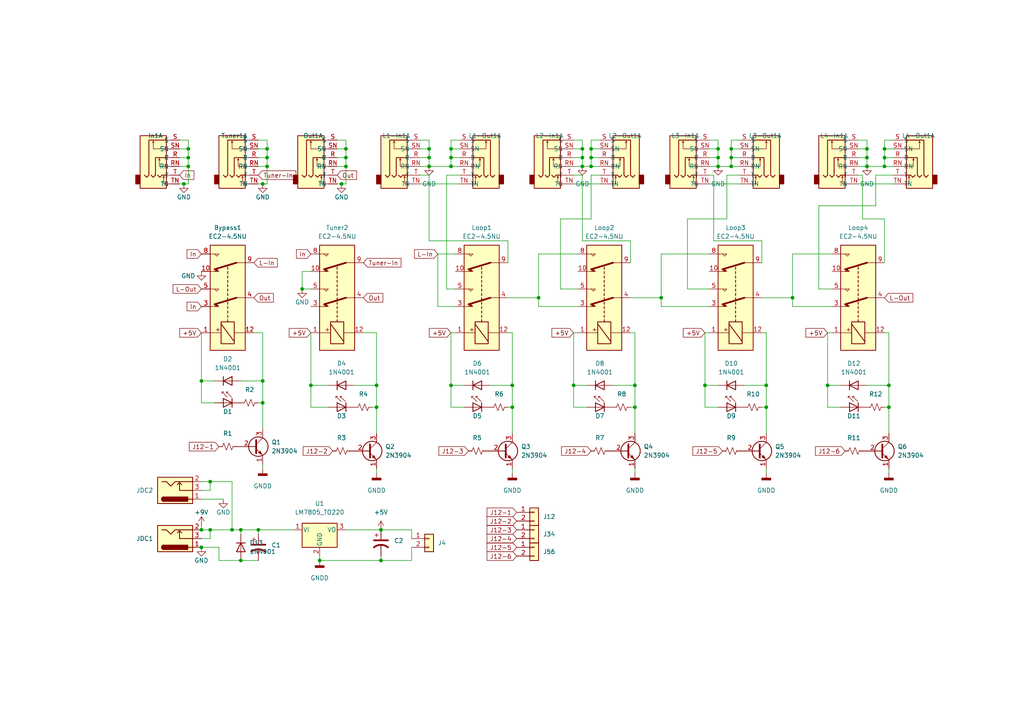
<source format=kicad_sch>
(kicad_sch (version 20211123) (generator eeschema)
  (paper "A4")
  (lib_symbols
    (symbol "Connector:Barrel_Jack_Switch" (pin_names hide)
      (property "Reference" "J" (at 0 5.334 0))
      (property "Value" "Barrel_Jack_Switch" (at 0 -5.08 0))
      (symbol "Barrel_Jack_Switch_0_1"
        (rectangle (start -5.08 3.81) (end 5.08 -3.81) (stroke (width 0.254)) (fill (type background)))
        (arc (start -3.302 3.175) (mid -3.937 2.54) (end -3.302 1.905) (stroke (width 0.254)))
        (arc (start -3.302 3.175) (mid -3.937 2.54) (end -3.302 1.905) (stroke (width 0.254)) (fill (type outline)))
        (polyline (pts (xy 1.27 -2.286) (xy 1.905 -1.651)) (stroke (width 0.254)))
        (polyline (pts (xy 5.08 2.54) (xy 3.81 2.54)) (stroke (width 0.254)))
        (polyline (pts (xy 5.08 0) (xy 1.27 0) (xy 1.27 -2.286) (xy 0.635 -1.651)) (stroke (width 0.254)))
        (polyline (pts (xy -3.81 -2.54) (xy -2.54 -2.54) (xy -1.27 -1.27) (xy 0 -2.54) (xy 2.54 -2.54) (xy 5.08 -2.54)) (stroke (width 0.254)))
        (rectangle (start 3.683 3.175) (end -3.302 1.905) (stroke (width 0.254)) (fill (type outline)))
      )
      (symbol "Barrel_Jack_Switch_1_1"
        (pin passive line (at 7.62 2.54 180) (length 2.54) (name "~") (number "1"))
        (pin passive line (at 7.62 -2.54 180) (length 2.54) (name "~") (number "2"))
        (pin passive line (at 7.62 0 180) (length 2.54) (name "~") (number "3"))
      )
    )
    (symbol "Connector_Generic:Conn_01x02" (pin_names (offset 1.016) hide)
      (property "Reference" "J" (at 0 2.54 0))
      (property "Value" "Conn_01x02" (at 0 -5.08 0))
      (symbol "Conn_01x02_1_1"
        (rectangle (start -1.27 -2.413) (end 0 -2.667) (stroke (width 0.1524)))
        (rectangle (start -1.27 0.127) (end 0 -0.127) (stroke (width 0.1524)))
        (rectangle (start -1.27 1.27) (end 1.27 -3.81) (stroke (width 0.254)) (fill (type background)))
        (pin passive line (at -5.08 0 0) (length 3.81) (name "Pin_1") (number "1"))
        (pin passive line (at -5.08 -2.54 0) (length 3.81) (name "Pin_2") (number "2"))
      )
    )
    (symbol "Device:C_Polarized_US" (pin_numbers hide) (pin_names (offset 0.254) hide)
      (property "Reference" "C" (at 0.635 2.54 0))
      (property "Value" "C_Polarized_US" (at 0.635 -2.54 0))
      (symbol "C_Polarized_US_0_1"
        (polyline (pts (xy -2.032 0.762) (xy 2.032 0.762)) (stroke (width 0.508)))
        (polyline (pts (xy -1.778 2.286) (xy -0.762 2.286)))
        (polyline (pts (xy -1.27 1.778) (xy -1.27 2.794)))
        (arc (start 2.032 -1.27) (mid 0 -0.5572) (end -2.032 -1.27) (stroke (width 0.508)))
      )
      (symbol "C_Polarized_US_1_1"
        (pin passive line (at 0 3.81 270) (length 2.794) (name "~") (number "1"))
        (pin passive line (at 0 -3.81 90) (length 3.302) (name "~") (number "2"))
      )
    )
    (symbol "Device:R_Small_US" (pin_numbers hide) (pin_names (offset 0.254) hide)
      (property "Reference" "R" (at 0.762 0.508 0))
      (property "Value" "R_Small_US" (at 0.762 -1.016 0))
      (symbol "R_Small_US_1_1"
        (polyline (pts (xy 0 0) (xy 1.016 -0.381) (xy 0 -0.762) (xy -1.016 -1.143) (xy 0 -1.524)))
        (polyline (pts (xy 0 1.524) (xy 1.016 1.143) (xy 0 0.762) (xy -1.016 0.381) (xy 0 0)))
        (pin passive line (at 0 2.54 270) (length 1.016) (name "~") (number "1"))
        (pin passive line (at 0 -2.54 90) (length 1.016) (name "~") (number "2"))
      )
    )
    (symbol "Diode:1N4001" (pin_numbers hide) (pin_names (offset 1.016) hide)
      (property "Reference" "D" (at 0 2.54 0))
      (property "Value" "1N4001" (at 0 -2.54 0))
      (symbol "1N4001_0_1"
        (polyline (pts (xy -1.27 1.27) (xy -1.27 -1.27)) (stroke (width 0.254)))
        (polyline (pts (xy 1.27 0) (xy -1.27 0)))
        (polyline (pts (xy 1.27 1.27) (xy 1.27 -1.27) (xy -1.27 0) (xy 1.27 1.27)) (stroke (width 0.254)))
      )
      (symbol "1N4001_1_1"
        (pin passive line (at -3.81 0 0) (length 2.54) (name "K") (number "1"))
        (pin passive line (at 3.81 0 180) (length 2.54) (name "A") (number "2"))
      )
    )
    (symbol "LED:IR204A" (pin_numbers hide) (pin_names (offset 1.016) hide)
      (property "Reference" "D" (at 0.508 1.778 0))
      (property "Value" "IR204A" (at -1.016 -2.794 0))
      (symbol "IR204A_0_1"
        (polyline (pts (xy -2.54 1.27) (xy -2.54 -1.27)) (stroke (width 0.254)))
        (polyline (pts (xy 0 0) (xy -2.54 0)))
        (polyline (pts (xy 0.381 3.175) (xy -0.127 3.175)))
        (polyline (pts (xy -1.143 1.651) (xy 0.381 3.175) (xy 0.381 2.667)))
        (polyline (pts (xy 0 1.27) (xy -2.54 0) (xy 0 -1.27) (xy 0 1.27)) (stroke (width 0.254)))
        (polyline (pts (xy -2.413 1.651) (xy -0.889 3.175) (xy -0.889 2.667) (xy -0.889 3.175) (xy -1.397 3.175)))
      )
      (symbol "IR204A_1_1"
        (pin passive line (at -5.08 0 0) (length 2.54) (name "K") (number "1"))
        (pin passive line (at 2.54 0 180) (length 2.54) (name "A") (number "2"))
      )
    )
    (symbol "Nate:AudioJack3_Dual_Switch"
      (property "Reference" "In1" (at -1.905 6.35 0))
      (symbol "AudioJack3_Dual_Switch_0_1"
        (rectangle (start -6.35 -5.08) (end -7.62 -7.62) (stroke (width 0.254)) (fill (type outline)))
        (polyline (pts (xy -2.54 4.826) (xy -2.286 4.318)))
        (polyline (pts (xy -0.762 -0.254) (xy -0.508 -0.762)))
        (polyline (pts (xy 0.508 -5.334) (xy 0.762 -5.842)))
        (polyline (pts (xy 1.27 0) (xy 2.54 0)))
        (polyline (pts (xy 2.54 -5.08) (xy 1.27 -5.08)))
        (polyline (pts (xy 2.54 5.08) (xy 1.27 5.08)))
        (polyline (pts (xy -1.27 -5.08) (xy -0.635 -5.715) (xy 0 -5.08) (xy 1.27 -5.08)) (stroke (width 0.254)))
        (polyline (pts (xy 2.54 -7.62) (xy 0.508 -7.62) (xy 0.508 -5.334) (xy 0.254 -5.842)))
        (polyline (pts (xy 2.54 -2.54) (xy -0.762 -2.54) (xy -0.762 -0.254) (xy -1.016 -0.762)))
        (polyline (pts (xy 2.54 2.54) (xy -2.54 2.54) (xy -2.54 4.826) (xy -2.794 4.318)))
        (polyline (pts (xy -3.175 -5.08) (xy -2.54 -5.715) (xy -1.905 -5.08) (xy -1.905 0) (xy 1.27 0)) (stroke (width 0.254)))
        (polyline (pts (xy 1.27 5.08) (xy -3.81 5.08) (xy -3.81 -5.08) (xy -4.445 -5.715) (xy -5.08 -5.08)) (stroke (width 0.254)))
        (rectangle (start 1.27 6.35) (end -6.35 -8.89) (stroke (width 0.254)) (fill (type background)))
      )
      (symbol "AudioJack3_Dual_Switch_1_1"
        (pin passive line (at 5.08 0 180) (length 2.54) (name "R") (number "R"))
        (pin passive line (at 5.08 -2.54 180) (length 2.54) (name "RN") (number "RN"))
        (pin passive line (at 5.08 5.08 180) (length 2.54) (name "S") (number "S"))
        (pin passive line (at 5.08 2.54 180) (length 2.54) (name "SN") (number "SN"))
        (pin passive line (at 5.08 -5.08 180) (length 2.54) (name "T") (number "T"))
        (pin passive line (at 5.08 -7.62 180) (length 2.54) (name "TN") (number "TN"))
      )
      (symbol "AudioJack3_Dual_Switch_2_1"
        (pin passive line (at 5.08 0 180) (length 2.54) (name "R") (number "R2"))
        (pin passive line (at 5.08 -2.54 180) (length 2.54) (name "RN") (number "RN2"))
        (pin passive line (at 5.08 5.08 180) (length 2.54) (name "S") (number "S2"))
        (pin passive line (at 5.08 2.54 180) (length 2.54) (name "SN") (number "SN2"))
        (pin passive line (at 5.08 -5.08 180) (length 2.54) (name "T") (number "T2"))
        (pin passive line (at 5.08 -7.62 180) (length 2.54) (name "TN") (number "TN2"))
      )
    )
    (symbol "Regulator_Linear:LM7805_TO220" (pin_names (offset 0.254))
      (property "Reference" "U" (at -3.81 3.175 0))
      (property "Value" "LM7805_TO220" (at 0 3.175 0))
      (symbol "LM7805_TO220_0_1"
        (rectangle (start -5.08 1.905) (end 5.08 -5.08) (stroke (width 0.254)) (fill (type background)))
      )
      (symbol "LM7805_TO220_1_1"
        (pin power_in line (at -7.62 0 0) (length 2.54) (name "VI") (number "1"))
        (pin power_in line (at 0 -7.62 90) (length 2.54) (name "GND") (number "2"))
        (pin power_out line (at 7.62 0 180) (length 2.54) (name "VO") (number "3"))
      )
    )
    (symbol "Relay:EC2-4.5NU"
      (property "Reference" "K" (at 15.24 8.89 0))
      (property "Value" "EC2-4.5NU" (at 19.05 6.35 0))
      (symbol "EC2-4.5NU_1_1"
        (rectangle (start -15.24 5.08) (end 15.24 -5.08) (stroke (width 0.254)) (fill (type background)))
        (rectangle (start -13.335 1.905) (end -6.985 -1.905) (stroke (width 0.254)))
        (polyline (pts (xy -12.7 -1.905) (xy -7.62 1.905)) (stroke (width 0.254)))
        (polyline (pts (xy -10.16 -5.08) (xy -10.16 -1.905)))
        (polyline (pts (xy -10.16 5.08) (xy -10.16 1.905)))
        (polyline (pts (xy -6.985 0) (xy -6.35 0)) (stroke (width 0.254)))
        (polyline (pts (xy -5.715 0) (xy -5.08 0)) (stroke (width 0.254)))
        (polyline (pts (xy -4.445 0) (xy -3.81 0)) (stroke (width 0.254)))
        (polyline (pts (xy -3.175 0) (xy -2.54 0)) (stroke (width 0.254)))
        (polyline (pts (xy -1.905 0) (xy -1.27 0)) (stroke (width 0.254)))
        (polyline (pts (xy -0.635 0) (xy 0 0)) (stroke (width 0.254)))
        (polyline (pts (xy 0 -2.54) (xy -1.905 3.81)) (stroke (width 0.508)))
        (polyline (pts (xy 0 -2.54) (xy 0 -5.08)))
        (polyline (pts (xy 0.635 0) (xy 1.27 0)) (stroke (width 0.254)))
        (polyline (pts (xy 1.905 0) (xy 2.54 0)) (stroke (width 0.254)))
        (polyline (pts (xy 3.175 0) (xy 3.81 0)) (stroke (width 0.254)))
        (polyline (pts (xy 4.445 0) (xy 5.08 0)) (stroke (width 0.254)))
        (polyline (pts (xy 5.715 0) (xy 6.35 0)) (stroke (width 0.254)))
        (polyline (pts (xy 6.985 0) (xy 7.62 0)) (stroke (width 0.254)))
        (polyline (pts (xy 8.255 0) (xy 8.89 0)) (stroke (width 0.254)))
        (polyline (pts (xy 10.16 -2.54) (xy 8.255 3.81)) (stroke (width 0.508)))
        (polyline (pts (xy 10.16 -2.54) (xy 10.16 -5.08)))
        (polyline (pts (xy -2.54 5.08) (xy -2.54 2.54) (xy -1.905 3.175) (xy -2.54 3.81)) (fill (type outline)))
        (polyline (pts (xy 2.54 5.08) (xy 2.54 2.54) (xy 1.905 3.175) (xy 2.54 3.81)))
        (polyline (pts (xy 7.62 5.08) (xy 7.62 2.54) (xy 8.255 3.175) (xy 7.62 3.81)) (fill (type outline)))
        (polyline (pts (xy 12.7 5.08) (xy 12.7 2.54) (xy 12.065 3.175) (xy 12.7 3.81)))
        (text "+" (at -9.271 2.921 0) (effects (font (size 1.27 1.27))))
        (pin passive line (at -10.16 7.62 270) (length 2.54) (name "~") (number "1"))
        (pin passive line (at 7.62 7.62 270) (length 2.54) (name "~") (number "10"))
        (pin passive line (at -10.16 -7.62 90) (length 2.54) (name "~") (number "12"))
        (pin passive line (at -2.54 7.62 270) (length 2.54) (name "~") (number "3"))
        (pin passive line (at 0 -7.62 90) (length 2.54) (name "~") (number "4"))
        (pin passive line (at 2.54 7.62 270) (length 2.54) (name "~") (number "5"))
        (pin passive line (at 12.7 7.62 270) (length 2.54) (name "~") (number "8"))
        (pin passive line (at 10.16 -7.62 90) (length 2.54) (name "~") (number "9"))
      )
    )
    (symbol "Transistor_BJT:2N3904" (pin_names (offset 0) hide)
      (property "Reference" "Q" (at 5.08 1.905 0))
      (property "Value" "2N3904" (at 5.08 0 0))
      (symbol "2N3904_0_1"
        (polyline (pts (xy 0.635 0.635) (xy 2.54 2.54)))
        (polyline (pts (xy 0.635 -0.635) (xy 2.54 -2.54) (xy 2.54 -2.54)))
        (polyline (pts (xy 0.635 1.905) (xy 0.635 -1.905) (xy 0.635 -1.905)) (stroke (width 0.508)))
        (polyline (pts (xy 1.27 -1.778) (xy 1.778 -1.27) (xy 2.286 -2.286) (xy 1.27 -1.778) (xy 1.27 -1.778)) (fill (type outline)))
        (circle (center 1.27 0) (radius 2.8194) (stroke (width 0.254)))
      )
      (symbol "2N3904_1_1"
        (pin passive line (at 2.54 -5.08 90) (length 2.54) (name "E") (number "1"))
        (pin passive line (at -5.08 0 0) (length 5.715) (name "B") (number "2"))
        (pin passive line (at 2.54 5.08 270) (length 2.54) (name "C") (number "3"))
      )
    )
    (symbol "power:+5V" (power) (pin_names (offset 0))
      (property "Value" "+5V" (at 0 3.556 0))
      (symbol "+5V_0_1"
        (polyline (pts (xy -0.762 1.27) (xy 0 2.54)))
        (polyline (pts (xy 0 0) (xy 0 2.54)))
        (polyline (pts (xy 0 2.54) (xy 0.762 1.27)))
      )
      (symbol "+5V_1_1"
        (pin power_in line (at 0 0 90) (length 0) hide (name "+5V") (number "1"))
      )
    )
    (symbol "power:+9V" (power) (pin_names (offset 0))
      (property "Value" "+9V" (at 0 3.556 0))
      (symbol "+9V_0_1"
        (polyline (pts (xy -0.762 1.27) (xy 0 2.54)))
        (polyline (pts (xy 0 0) (xy 0 2.54)))
        (polyline (pts (xy 0 2.54) (xy 0.762 1.27)))
      )
      (symbol "+9V_1_1"
        (pin power_in line (at 0 0 90) (length 0) hide (name "+9V") (number "1"))
      )
    )
    (symbol "power:GND" (power) (pin_names (offset 0))
      (property "Value" "GND" (at 0 -3.81 0))
      (symbol "GND_0_1"
        (polyline (pts (xy 0 0) (xy 0 -1.27) (xy 1.27 -1.27) (xy 0 -2.54) (xy -1.27 -1.27) (xy 0 -1.27)))
      )
      (symbol "GND_1_1"
        (pin power_in line (at 0 0 270) (length 0) hide (name "GND") (number "1"))
      )
    )
    (symbol "power:GNDD" (power) (pin_names (offset 0))
      (property "Value" "GNDD" (at 0 -3.175 0))
      (symbol "GNDD_0_1"
        (rectangle (start -1.27 -1.524) (end 1.27 -2.032) (stroke (width 0.254)) (fill (type outline)))
        (polyline (pts (xy 0 0) (xy 0 -1.524)))
      )
      (symbol "GNDD_1_1"
        (pin power_in line (at 0 0 270) (length 0) hide (name "GNDD") (number "1"))
      )
    )
  )
  (junction (at 77.47 45.72))
  (junction (at 58.42 158.75))
  (junction (at 77.47 43.18))
  (junction (at 74.93 153.67))
  (junction (at 148.59 118.11))
  (junction (at 251.46 43.18))
  (junction (at 212.09 48.26))
  (junction (at 171.45 43.18))
  (junction (at 171.45 48.26))
  (junction (at 76.2 116.84))
  (junction (at 156.21 86.36))
  (junction (at 222.25 118.11))
  (junction (at 124.46 43.18))
  (junction (at 257.81 111.76))
  (junction (at 76.2 53.34))
  (junction (at 251.46 45.72))
  (junction (at 256.54 43.18))
  (junction (at 110.49 153.67))
  (junction (at 60.96 153.67))
  (junction (at 256.54 45.72))
  (junction (at 69.85 162.56))
  (junction (at 67.31 153.67))
  (junction (at 212.09 45.72))
  (junction (at 53.34 53.34))
  (junction (at 130.81 45.72))
  (junction (at 100.33 43.18))
  (junction (at 191.77 86.36))
  (junction (at 100.33 45.72))
  (junction (at 251.46 48.26))
  (junction (at 54.61 45.72))
  (junction (at 54.61 48.26))
  (junction (at 171.45 45.72))
  (junction (at 58.42 153.67))
  (junction (at 184.15 111.76))
  (junction (at 109.22 118.11))
  (junction (at 168.91 48.26))
  (junction (at 76.2 110.49))
  (junction (at 168.91 43.18))
  (junction (at 148.59 111.76))
  (junction (at 90.17 111.76))
  (junction (at 109.22 111.76))
  (junction (at 99.06 53.34))
  (junction (at 229.87 86.36))
  (junction (at 168.91 45.72))
  (junction (at 87.63 83.82))
  (junction (at 257.81 118.11))
  (junction (at 208.28 48.26))
  (junction (at 124.46 48.26))
  (junction (at 222.25 111.76))
  (junction (at 130.81 111.76))
  (junction (at 130.81 48.26))
  (junction (at 208.28 43.18))
  (junction (at 124.46 45.72))
  (junction (at 110.49 162.56))
  (junction (at 184.15 118.11))
  (junction (at 60.96 139.7))
  (junction (at 256.54 48.26))
  (junction (at 54.61 43.18))
  (junction (at 130.81 43.18))
  (junction (at 100.33 48.26))
  (junction (at 92.71 162.56))
  (junction (at 166.37 111.76))
  (junction (at 58.42 110.49))
  (junction (at 69.85 153.67))
  (junction (at 204.47 111.76))
  (junction (at 77.47 48.26))
  (junction (at 212.09 43.18))
  (junction (at 240.03 111.76))
  (junction (at 208.28 45.72))
  (wire (pts (xy 74.93 48.26) (xy 77.47 48.26)))
  (wire (pts (xy 74.93 116.84) (xy 76.2 116.84)))
  (wire (pts (xy 171.45 43.18) (xy 171.45 45.72)))
  (wire (pts (xy 124.46 48.26) (xy 130.81 48.26)))
  (wire (pts (xy 220.98 118.11) (xy 222.25 118.11)))
  (wire (pts (xy 229.87 86.36) (xy 229.87 73.66)))
  (wire (pts (xy 77.47 43.18) (xy 77.47 45.72)))
  (wire (pts (xy 182.88 118.11) (xy 184.15 118.11)))
  (wire (pts (xy 191.77 86.36) (xy 191.77 73.66)))
  (wire (pts (xy 184.15 137.16) (xy 184.15 135.89)))
  (wire (pts (xy 130.81 96.52) (xy 130.81 111.76)))
  (wire (pts (xy 110.49 161.29) (xy 110.49 162.56)))
  (wire (pts (xy 62.23 110.49) (xy 58.42 110.49)))
  (wire (pts (xy 240.03 111.76) (xy 240.03 118.11)))
  (wire (pts (xy 251.46 40.64) (xy 251.46 43.18)))
  (wire (pts (xy 124.46 69.85) (xy 147.32 69.85)))
  (wire (pts (xy 77.47 45.72) (xy 77.47 48.26)))
  (wire (pts (xy 121.92 50.8) (xy 124.46 50.8)))
  (wire (pts (xy 74.93 45.72) (xy 77.47 45.72)))
  (wire (pts (xy 58.42 156.21) (xy 60.96 156.21)))
  (wire (pts (xy 67.31 153.67) (xy 69.85 153.67)))
  (wire (pts (xy 182.88 86.36) (xy 191.77 86.36)))
  (wire (pts (xy 250.19 50.8) (xy 250.19 63.5)))
  (wire (pts (xy 100.33 45.72) (xy 100.33 48.26)))
  (wire (pts (xy 62.23 116.84) (xy 58.42 116.84)))
  (wire (pts (xy 166.37 53.34) (xy 173.99 53.34)))
  (wire (pts (xy 259.08 40.64) (xy 256.54 40.64)))
  (wire (pts (xy 97.79 45.72) (xy 100.33 45.72)))
  (wire (pts (xy 222.25 125.73) (xy 222.25 118.11)))
  (wire (pts (xy 240.03 96.52) (xy 240.03 111.76)))
  (wire (pts (xy 166.37 40.64) (xy 168.91 40.64)))
  (wire (pts (xy 256.54 118.11) (xy 257.81 118.11)))
  (wire (pts (xy 147.32 86.36) (xy 156.21 86.36)))
  (wire (pts (xy 208.28 43.18) (xy 208.28 45.72)))
  (wire (pts (xy 222.25 118.11) (xy 222.25 111.76)))
  (wire (pts (xy 248.92 48.26) (xy 251.46 48.26)))
  (wire (pts (xy 100.33 153.67) (xy 110.49 153.67)))
  (wire (pts (xy 208.28 118.11) (xy 204.47 118.11)))
  (wire (pts (xy 76.2 135.89) (xy 76.2 134.62)))
  (wire (pts (xy 130.81 111.76) (xy 130.81 118.11)))
  (wire (pts (xy 87.63 83.82) (xy 87.63 78.74)))
  (wire (pts (xy 156.21 88.9) (xy 156.21 86.36)))
  (wire (pts (xy 166.37 50.8) (xy 168.91 50.8)))
  (wire (pts (xy 168.91 45.72) (xy 168.91 48.26)))
  (wire (pts (xy 168.91 69.85) (xy 182.88 69.85)))
  (wire (pts (xy 210.82 63.5) (xy 199.39 63.5)))
  (wire (pts (xy 92.71 162.56) (xy 110.49 162.56)))
  (wire (pts (xy 129.54 50.8) (xy 133.35 50.8)))
  (wire (pts (xy 173.99 50.8) (xy 171.45 50.8)))
  (wire (pts (xy 58.42 142.24) (xy 60.96 142.24)))
  (wire (pts (xy 214.63 43.18) (xy 212.09 43.18)))
  (wire (pts (xy 76.2 96.52) (xy 76.2 110.49)))
  (wire (pts (xy 100.33 40.64) (xy 100.33 43.18)))
  (wire (pts (xy 212.09 40.64) (xy 212.09 43.18)))
  (wire (pts (xy 168.91 48.26) (xy 171.45 48.26)))
  (wire (pts (xy 173.99 45.72) (xy 171.45 45.72)))
  (wire (pts (xy 243.84 111.76) (xy 240.03 111.76)))
  (wire (pts (xy 205.74 48.26) (xy 208.28 48.26)))
  (wire (pts (xy 254 50.8) (xy 254 59.69)))
  (wire (pts (xy 257.81 125.73) (xy 257.81 118.11)))
  (wire (pts (xy 214.63 50.8) (xy 210.82 50.8)))
  (wire (pts (xy 248.92 45.72) (xy 251.46 45.72)))
  (wire (pts (xy 162.56 83.82) (xy 167.64 83.82)))
  (wire (pts (xy 257.81 96.52) (xy 257.81 111.76)))
  (wire (pts (xy 199.39 63.5) (xy 199.39 83.82)))
  (wire (pts (xy 121.92 45.72) (xy 124.46 45.72)))
  (wire (pts (xy 60.96 153.67) (xy 67.31 153.67)))
  (wire (pts (xy 205.74 88.9) (xy 191.77 88.9)))
  (wire (pts (xy 102.87 111.76) (xy 109.22 111.76)))
  (wire (pts (xy 133.35 45.72) (xy 130.81 45.72)))
  (wire (pts (xy 162.56 63.5) (xy 162.56 83.82)))
  (wire (pts (xy 121.92 53.34) (xy 133.35 53.34)))
  (wire (pts (xy 60.96 139.7) (xy 67.31 139.7)))
  (wire (pts (xy 124.46 50.8) (xy 124.46 69.85)))
  (wire (pts (xy 220.98 96.52) (xy 222.25 96.52)))
  (wire (pts (xy 184.15 118.11) (xy 184.15 111.76)))
  (wire (pts (xy 182.88 69.85) (xy 182.88 76.2)))
  (wire (pts (xy 205.74 53.34) (xy 214.63 53.34)))
  (wire (pts (xy 168.91 40.64) (xy 168.91 43.18)))
  (wire (pts (xy 134.62 118.11) (xy 130.81 118.11)))
  (wire (pts (xy 127 73.66) (xy 127 88.9)))
  (wire (pts (xy 229.87 73.66) (xy 241.3 73.66)))
  (wire (pts (xy 133.35 40.64) (xy 130.81 40.64)))
  (wire (pts (xy 205.74 43.18) (xy 208.28 43.18)))
  (wire (pts (xy 58.42 96.52) (xy 58.42 110.49)))
  (wire (pts (xy 67.31 139.7) (xy 67.31 153.67)))
  (wire (pts (xy 156.21 73.66) (xy 167.64 73.66)))
  (wire (pts (xy 251.46 48.26) (xy 256.54 48.26)))
  (wire (pts (xy 167.64 96.52) (xy 166.37 96.52)))
  (wire (pts (xy 205.74 96.52) (xy 204.47 96.52)))
  (wire (pts (xy 52.07 40.64) (xy 54.61 40.64)))
  (wire (pts (xy 208.28 40.64) (xy 208.28 43.18)))
  (wire (pts (xy 54.61 45.72) (xy 54.61 48.26)))
  (wire (pts (xy 109.22 137.16) (xy 109.22 135.89)))
  (wire (pts (xy 76.2 116.84) (xy 76.2 110.49)))
  (wire (pts (xy 73.66 96.52) (xy 76.2 96.52)))
  (wire (pts (xy 109.22 118.11) (xy 109.22 111.76)))
  (wire (pts (xy 60.96 142.24) (xy 60.96 139.7)))
  (wire (pts (xy 119.38 162.56) (xy 119.38 158.75)))
  (wire (pts (xy 210.82 50.8) (xy 210.82 63.5)))
  (wire (pts (xy 148.59 137.16) (xy 148.59 135.89)))
  (wire (pts (xy 222.25 137.16) (xy 222.25 135.89)))
  (wire (pts (xy 130.81 96.52) (xy 132.08 96.52)))
  (wire (pts (xy 121.92 40.64) (xy 124.46 40.64)))
  (wire (pts (xy 170.18 118.11) (xy 166.37 118.11)))
  (wire (pts (xy 205.74 45.72) (xy 208.28 45.72)))
  (wire (pts (xy 207.01 50.8) (xy 207.01 69.85)))
  (wire (pts (xy 97.79 40.64) (xy 100.33 40.64)))
  (wire (pts (xy 184.15 125.73) (xy 184.15 118.11)))
  (wire (pts (xy 58.42 153.67) (xy 60.96 153.67)))
  (wire (pts (xy 63.5 162.56) (xy 69.85 162.56)))
  (wire (pts (xy 142.24 111.76) (xy 148.59 111.76)))
  (wire (pts (xy 109.22 125.73) (xy 109.22 118.11)))
  (wire (pts (xy 214.63 40.64) (xy 212.09 40.64)))
  (wire (pts (xy 256.54 45.72) (xy 256.54 48.26)))
  (wire (pts (xy 90.17 96.52) (xy 90.17 111.76)))
  (wire (pts (xy 64.77 144.78) (xy 58.42 144.78)))
  (wire (pts (xy 243.84 118.11) (xy 240.03 118.11)))
  (wire (pts (xy 166.37 96.52) (xy 166.37 111.76)))
  (wire (pts (xy 52.07 45.72) (xy 54.61 45.72)))
  (wire (pts (xy 248.92 53.34) (xy 259.08 53.34)))
  (wire (pts (xy 204.47 111.76) (xy 204.47 118.11)))
  (wire (pts (xy 220.98 86.36) (xy 229.87 86.36)))
  (wire (pts (xy 52.07 48.26) (xy 54.61 48.26)))
  (wire (pts (xy 100.33 43.18) (xy 100.33 45.72)))
  (wire (pts (xy 147.32 69.85) (xy 147.32 76.2)))
  (wire (pts (xy 132.08 73.66) (xy 127 73.66)))
  (wire (pts (xy 74.93 153.67) (xy 74.93 154.94)))
  (wire (pts (xy 52.07 43.18) (xy 54.61 43.18)))
  (wire (pts (xy 170.18 111.76) (xy 166.37 111.76)))
  (wire (pts (xy 133.35 43.18) (xy 130.81 43.18)))
  (wire (pts (xy 215.9 111.76) (xy 222.25 111.76)))
  (wire (pts (xy 241.3 88.9) (xy 229.87 88.9)))
  (wire (pts (xy 173.99 43.18) (xy 171.45 43.18)))
  (wire (pts (xy 259.08 45.72) (xy 256.54 45.72)))
  (wire (pts (xy 199.39 83.82) (xy 205.74 83.82)))
  (wire (pts (xy 133.35 48.26) (xy 130.81 48.26)))
  (wire (pts (xy 248.92 40.64) (xy 251.46 40.64)))
  (wire (pts (xy 205.74 50.8) (xy 207.01 50.8)))
  (wire (pts (xy 256.54 43.18) (xy 256.54 45.72)))
  (wire (pts (xy 237.49 59.69) (xy 237.49 83.82)))
  (wire (pts (xy 77.47 48.26) (xy 77.47 53.34)))
  (wire (pts (xy 212.09 45.72) (xy 212.09 48.26)))
  (wire (pts (xy 76.2 124.46) (xy 76.2 116.84)))
  (wire (pts (xy 254 59.69) (xy 237.49 59.69)))
  (wire (pts (xy 184.15 96.52) (xy 184.15 111.76)))
  (wire (pts (xy 212.09 43.18) (xy 212.09 45.72)))
  (wire (pts (xy 58.42 110.49) (xy 58.42 116.84)))
  (wire (pts (xy 259.08 48.26) (xy 256.54 48.26)))
  (wire (pts (xy 109.22 96.52) (xy 109.22 111.76)))
  (wire (pts (xy 77.47 53.34) (xy 76.2 53.34)))
  (wire (pts (xy 58.42 158.75) (xy 63.5 158.75)))
  (wire (pts (xy 214.63 45.72) (xy 212.09 45.72)))
  (wire (pts (xy 54.61 43.18) (xy 54.61 45.72)))
  (wire (pts (xy 90.17 83.82) (xy 87.63 83.82)))
  (wire (pts (xy 129.54 83.82) (xy 129.54 50.8)))
  (wire (pts (xy 127 88.9) (xy 132.08 88.9)))
  (wire (pts (xy 148.59 125.73) (xy 148.59 118.11)))
  (wire (pts (xy 173.99 48.26) (xy 171.45 48.26)))
  (wire (pts (xy 237.49 83.82) (xy 241.3 83.82)))
  (wire (pts (xy 119.38 153.67) (xy 119.38 156.21)))
  (wire (pts (xy 204.47 96.52) (xy 204.47 111.76)))
  (wire (pts (xy 248.92 43.18) (xy 251.46 43.18)))
  (wire (pts (xy 171.45 63.5) (xy 162.56 63.5)))
  (wire (pts (xy 124.46 45.72) (xy 124.46 48.26)))
  (wire (pts (xy 100.33 53.34) (xy 99.06 53.34)))
  (wire (pts (xy 54.61 53.34) (xy 53.34 53.34)))
  (wire (pts (xy 54.61 40.64) (xy 54.61 43.18)))
  (wire (pts (xy 208.28 45.72) (xy 208.28 48.26)))
  (wire (pts (xy 134.62 111.76) (xy 130.81 111.76)))
  (wire (pts (xy 74.93 40.64) (xy 77.47 40.64)))
  (wire (pts (xy 63.5 158.75) (xy 63.5 162.56)))
  (wire (pts (xy 167.64 88.9) (xy 156.21 88.9)))
  (wire (pts (xy 259.08 43.18) (xy 256.54 43.18)))
  (wire (pts (xy 69.85 110.49) (xy 76.2 110.49)))
  (wire (pts (xy 53.34 53.34) (xy 52.07 53.34)))
  (wire (pts (xy 256.54 96.52) (xy 257.81 96.52)))
  (wire (pts (xy 69.85 153.67) (xy 74.93 153.67)))
  (wire (pts (xy 208.28 111.76) (xy 204.47 111.76)))
  (wire (pts (xy 256.54 63.5) (xy 256.54 76.2)))
  (wire (pts (xy 90.17 118.11) (xy 95.25 118.11)))
  (wire (pts (xy 166.37 45.72) (xy 168.91 45.72)))
  (wire (pts (xy 90.17 111.76) (xy 90.17 118.11)))
  (wire (pts (xy 74.93 153.67) (xy 85.09 153.67)))
  (wire (pts (xy 130.81 45.72) (xy 130.81 48.26)))
  (wire (pts (xy 147.32 96.52) (xy 148.59 96.52)))
  (wire (pts (xy 166.37 48.26) (xy 168.91 48.26)))
  (wire (pts (xy 168.91 43.18) (xy 168.91 45.72)))
  (wire (pts (xy 69.85 153.67) (xy 69.85 154.94)))
  (wire (pts (xy 241.3 96.52) (xy 240.03 96.52)))
  (wire (pts (xy 100.33 48.26) (xy 100.33 53.34)))
  (wire (pts (xy 74.93 43.18) (xy 77.47 43.18)))
  (wire (pts (xy 171.45 45.72) (xy 171.45 48.26)))
  (wire (pts (xy 107.95 118.11) (xy 109.22 118.11)))
  (wire (pts (xy 124.46 40.64) (xy 124.46 43.18)))
  (wire (pts (xy 90.17 111.76) (xy 95.25 111.76)))
  (wire (pts (xy 124.46 43.18) (xy 124.46 45.72)))
  (wire (pts (xy 256.54 40.64) (xy 256.54 43.18)))
  (wire (pts (xy 171.45 40.64) (xy 171.45 43.18)))
  (wire (pts (xy 54.61 48.26) (xy 54.61 53.34)))
  (wire (pts (xy 222.25 96.52) (xy 222.25 111.76)))
  (wire (pts (xy 69.85 162.56) (xy 74.93 162.56)))
  (wire (pts (xy 205.74 40.64) (xy 208.28 40.64)))
  (wire (pts (xy 92.71 161.29) (xy 92.71 162.56)))
  (wire (pts (xy 105.41 96.52) (xy 109.22 96.52)))
  (wire (pts (xy 58.42 152.4) (xy 58.42 153.67)))
  (wire (pts (xy 251.46 111.76) (xy 257.81 111.76)))
  (wire (pts (xy 257.81 118.11) (xy 257.81 111.76)))
  (wire (pts (xy 251.46 43.18) (xy 251.46 45.72)))
  (wire (pts (xy 90.17 78.74) (xy 87.63 78.74)))
  (wire (pts (xy 191.77 88.9) (xy 191.77 86.36)))
  (wire (pts (xy 148.59 96.52) (xy 148.59 111.76)))
  (wire (pts (xy 110.49 162.56) (xy 119.38 162.56)))
  (wire (pts (xy 76.2 53.34) (xy 74.93 53.34)))
  (wire (pts (xy 173.99 40.64) (xy 171.45 40.64)))
  (wire (pts (xy 191.77 73.66) (xy 205.74 73.66)))
  (wire (pts (xy 97.79 43.18) (xy 100.33 43.18)))
  (wire (pts (xy 220.98 69.85) (xy 220.98 76.2)))
  (wire (pts (xy 208.28 48.26) (xy 212.09 48.26)))
  (wire (pts (xy 60.96 156.21) (xy 60.96 153.67)))
  (wire (pts (xy 229.87 88.9) (xy 229.87 86.36)))
  (wire (pts (xy 214.63 48.26) (xy 212.09 48.26)))
  (wire (pts (xy 171.45 50.8) (xy 171.45 63.5)))
  (wire (pts (xy 156.21 86.36) (xy 156.21 73.66)))
  (wire (pts (xy 132.08 83.82) (xy 129.54 83.82)))
  (wire (pts (xy 182.88 96.52) (xy 184.15 96.52)))
  (wire (pts (xy 166.37 43.18) (xy 168.91 43.18)))
  (wire (pts (xy 99.06 53.34) (xy 97.79 53.34)))
  (wire (pts (xy 147.32 118.11) (xy 148.59 118.11)))
  (wire (pts (xy 97.79 48.26) (xy 100.33 48.26)))
  (wire (pts (xy 257.81 137.16) (xy 257.81 135.89)))
  (wire (pts (xy 130.81 43.18) (xy 130.81 45.72)))
  (wire (pts (xy 259.08 50.8) (xy 254 50.8)))
  (wire (pts (xy 168.91 50.8) (xy 168.91 69.85)))
  (wire (pts (xy 121.92 43.18) (xy 124.46 43.18)))
  (wire (pts (xy 250.19 63.5) (xy 256.54 63.5)))
  (wire (pts (xy 121.92 48.26) (xy 124.46 48.26)))
  (wire (pts (xy 130.81 40.64) (xy 130.81 43.18)))
  (wire (pts (xy 207.01 69.85) (xy 220.98 69.85)))
  (wire (pts (xy 251.46 45.72) (xy 251.46 48.26)))
  (wire (pts (xy 166.37 111.76) (xy 166.37 118.11)))
  (wire (pts (xy 77.47 40.64) (xy 77.47 43.18)))
  (wire (pts (xy 248.92 50.8) (xy 250.19 50.8)))
  (wire (pts (xy 110.49 153.67) (xy 119.38 153.67)))
  (wire (pts (xy 58.42 139.7) (xy 60.96 139.7)))
  (wire (pts (xy 148.59 118.11) (xy 148.59 111.76)))
  (wire (pts (xy 177.8 111.76) (xy 184.15 111.76)))
  (global_label "L-Out" (shape input) (at 58.42 83.82 180) (property "Intersheet References" "${INTERSHEET_REFS}" (effects hide)))
  (global_label "J12-5" (shape input) (at 209.55 130.81 180) (property "Intersheet References" "${INTERSHEET_REFS}" (effects hide)))
  (global_label "Out" (shape input) (at 97.79 50.8 0) (property "Intersheet References" "${INTERSHEET_REFS}" (effects hide)))
  (global_label "J12-4" (shape input) (at 149.86 156.21 180) (property "Intersheet References" "${INTERSHEET_REFS}" (effects hide)))
  (global_label "In" (shape input) (at 58.42 73.66 180) (property "Intersheet References" "${INTERSHEET_REFS}" (effects hide)))
  (global_label "J12-1" (shape input) (at 63.5 129.54 180) (property "Intersheet References" "${INTERSHEET_REFS}" (effects hide)))
  (global_label "J12-5" (shape input) (at 149.86 158.75 180) (property "Intersheet References" "${INTERSHEET_REFS}" (effects hide)))
  (global_label "L-In" (shape input) (at 73.66 76.2 0) (property "Intersheet References" "${INTERSHEET_REFS}" (effects hide)))
  (global_label "J12-2" (shape input) (at 96.52 130.81 180) (property "Intersheet References" "${INTERSHEET_REFS}" (effects hide)))
  (global_label "Out" (shape input) (at 73.66 86.36 0) (property "Intersheet References" "${INTERSHEET_REFS}" (effects hide)))
  (global_label "J12-6" (shape input) (at 149.86 161.29 180) (property "Intersheet References" "${INTERSHEET_REFS}" (effects hide)))
  (global_label "J12-2" (shape input) (at 149.86 151.13 180) (property "Intersheet References" "${INTERSHEET_REFS}" (effects hide)))
  (global_label "J12-3" (shape input) (at 135.89 130.81 180) (property "Intersheet References" "${INTERSHEET_REFS}" (effects hide)))
  (global_label "+5V" (shape input) (at 204.47 96.52 180) (property "Intersheet References" "${INTERSHEET_REFS}" (effects hide)))
  (global_label "+5V" (shape input) (at 240.03 96.52 180) (property "Intersheet References" "${INTERSHEET_REFS}" (effects hide)))
  (global_label "L-Out" (shape input) (at 256.54 86.36 0) (property "Intersheet References" "${INTERSHEET_REFS}" (effects hide)))
  (global_label "Tuner-In" (shape input) (at 105.41 76.2 0) (property "Intersheet References" "${INTERSHEET_REFS}" (effects hide)))
  (global_label "J12-3" (shape input) (at 149.86 153.67 180) (property "Intersheet References" "${INTERSHEET_REFS}" (effects hide)))
  (global_label "Out" (shape input) (at 105.41 86.36 0) (property "Intersheet References" "${INTERSHEET_REFS}" (effects hide)))
  (global_label "Tuner-In" (shape input) (at 74.93 50.8 0) (property "Intersheet References" "${INTERSHEET_REFS}" (effects hide)))
  (global_label "+5V" (shape input) (at 90.17 96.52 180) (property "Intersheet References" "${INTERSHEET_REFS}" (effects hide)))
  (global_label "+5V" (shape input) (at 166.37 96.52 180) (property "Intersheet References" "${INTERSHEET_REFS}" (effects hide)))
  (global_label "+5V" (shape input) (at 130.81 96.52 180) (property "Intersheet References" "${INTERSHEET_REFS}" (effects hide)))
  (global_label "L-In" (shape input) (at 127 73.66 180) (property "Intersheet References" "${INTERSHEET_REFS}" (effects hide)))
  (global_label "In" (shape input) (at 52.07 50.8 0) (property "Intersheet References" "${INTERSHEET_REFS}" (effects hide)))
  (global_label "In" (shape input) (at 58.42 88.9 180) (property "Intersheet References" "${INTERSHEET_REFS}" (effects hide)))
  (global_label "In" (shape input) (at 90.17 73.66 180) (property "Intersheet References" "${INTERSHEET_REFS}" (effects hide)))
  (global_label "J12-6" (shape input) (at 245.11 130.81 180) (property "Intersheet References" "${INTERSHEET_REFS}" (effects hide)))
  (global_label "J12-1" (shape input) (at 149.86 148.59 180) (property "Intersheet References" "${INTERSHEET_REFS}" (effects hide)))
  (global_label "J12-4" (shape input) (at 171.45 130.81 180) (property "Intersheet References" "${INTERSHEET_REFS}" (effects hide)))
  (global_label "+5V" (shape input) (at 58.42 96.52 180) (property "Intersheet References" "${INTERSHEET_REFS}" (effects hide)))
  (symbol (lib_id "Relay:EC2-4.5NU") (at 66.04 86.36 90) (unit 1)
    (property "Reference" "Bypass1" (at 66.04 66.04 90))
    (property "Value" "EC2-4.5NU" (at 66.04 68.58 90))
    (property "Footprint" "Relay_THT:Relay_DPDT_Kemet_EC2" (effects hide))
    (property "Datasheet" "https://content.kemet.com/datasheets/KEM_R7002_EC2_EE2.pdf" (effects hide))
  )
  (symbol (lib_id "Transistor_BJT:2N3904") (at 219.71 130.81 0) (unit 1)
    (property "Reference" "Q5" (at 224.79 129.5399 0) (effects (justify left)))
    (property "Value" "2N3904" (at 224.79 132.0799 0) (effects (justify left)))
    (property "Footprint" "Package_TO_SOT_THT:TO-92_Inline" (effects hide))
    (property "Datasheet" "https://www.onsemi.com/pub/Collateral/2N3903-D.PDF" (effects hide))
  )
  (symbol (lib_id "Relay:EC2-4.5NU") (at 175.26 86.36 90) (unit 1)
    (property "Reference" "Loop2" (at 175.26 66.04 90))
    (property "Value" "EC2-4.5NU" (at 175.26 68.58 90))
    (property "Footprint" "Relay_THT:Relay_DPDT_Kemet_EC2" (effects hide))
    (property "Datasheet" "https://content.kemet.com/datasheets/KEM_R7002_EC2_EE2.pdf" (effects hide))
  )
  (symbol (lib_id "LED:IR204A") (at 172.72 118.11 0) (mirror y) (unit 1)
    (property "Reference" "D7" (at 173.99 120.65 0))
    (property "Value" "IR204A" (effects hide))
    (property "Footprint" "LED_THT:LED_D3.0mm" (effects hide))
    (property "Datasheet" "http://www.everlight.com/file/ProductFile/IR204-A.pdf" (effects hide))
  )
  (symbol (lib_id "Nate:AudioJack3_Dual_Switch") (at 161.29 45.72 0) (unit 1)
    (property "Reference" "L2-In1" (at 159.385 39.37 0))
    (property "Value" "AudioJack3_SwitchSTR" (effects hide))
    (property "Footprint" "Nate:Jack_6.35mm_Neutrik_NMJ6HCD2_Horizontal" (effects hide))
  )
  (symbol (lib_id "Device:R_Small_US") (at 144.78 118.11 270) (unit 1)
    (property "Reference" "R6" (at 144.78 114.3 90))
    (property "Value" "R_Small_US" (effects hide))
    (property "Footprint" "Resistor_THT:R_Axial_DIN0204_L3.6mm_D1.6mm_P5.08mm_Horizontal" (effects hide))
  )
  (symbol (lib_id "power:GND") (at 53.34 53.34 0) (unit 1)
    (property "Reference" "#PWR0105" (effects hide))
    (property "Value" "GND" (at 53.34 57.15 0))
  )
  (symbol (lib_id "power:GNDD") (at 92.71 162.56 0) (unit 1)
    (property "Reference" "#PWR0102" (effects hide))
    (property "Value" "GNDD" (at 92.71 167.64 0))
  )
  (symbol (lib_id "Device:R_Small_US") (at 254 118.11 270) (unit 1)
    (property "Reference" "R12" (at 254 114.3 90))
    (property "Value" "R_Small_US" (effects hide))
    (property "Footprint" "Resistor_THT:R_Axial_DIN0204_L3.6mm_D1.6mm_P5.08mm_Horizontal" (effects hide))
  )
  (symbol (lib_id "Device:R_Small_US") (at 218.44 118.11 270) (unit 1)
    (property "Reference" "R10" (at 218.44 114.3 90))
    (property "Value" "R_Small_US" (effects hide))
    (property "Footprint" "Resistor_THT:R_Axial_DIN0204_L3.6mm_D1.6mm_P5.08mm_Horizontal" (effects hide))
  )
  (symbol (lib_id "Device:C_Polarized_US") (at 110.49 157.48 0) (unit 1)
    (property "Reference" "C2" (at 114.3 156.8449 0) (effects (justify left)))
    (property "Value" "C_Polarized_US" (effects hide))
    (property "Footprint" "Capacitor_THT:CP_Radial_D5.0mm_P2.50mm" (effects hide))
  )
  (symbol (lib_id "Nate:AudioJack3_Dual_Switch") (at 200.66 45.72 0) (unit 1)
    (property "Reference" "L3-In1" (at 198.755 39.37 0))
    (property "Value" "AudioJack3_SwitchSTR" (effects hide))
    (property "Footprint" "Nate:Jack_6.35mm_Neutrik_NMJ6HCD2_Horizontal" (effects hide))
  )
  (symbol (lib_id "Diode:1N4001") (at 247.65 111.76 0) (unit 1)
    (property "Reference" "D12" (at 247.65 105.41 0))
    (property "Value" "1N4001" (at 247.65 107.95 0))
    (property "Footprint" "Diode_THT:D_DO-41_SOD81_P7.62mm_Horizontal" (effects hide))
    (property "Datasheet" "http://www.vishay.com/docs/88503/1n4001.pdf" (effects hide))
  )
  (symbol (lib_id "Transistor_BJT:2N3904") (at 255.27 130.81 0) (unit 1)
    (property "Reference" "Q6" (at 260.35 129.5399 0) (effects (justify left)))
    (property "Value" "2N3904" (at 260.35 132.0799 0) (effects (justify left)))
    (property "Footprint" "Package_TO_SOT_THT:TO-92_Inline" (effects hide))
    (property "Datasheet" "https://www.onsemi.com/pub/Collateral/2N3903-D.PDF" (effects hide))
  )
  (symbol (lib_id "Relay:EC2-4.5NU") (at 248.92 86.36 90) (unit 1)
    (property "Reference" "Loop4" (at 248.92 66.04 90))
    (property "Value" "EC2-4.5NU" (at 248.92 68.58 90))
    (property "Footprint" "Relay_THT:Relay_DPDT_Kemet_EC2" (effects hide))
    (property "Datasheet" "https://content.kemet.com/datasheets/KEM_R7002_EC2_EE2.pdf" (effects hide))
  )
  (symbol (lib_id "power:GND") (at 99.06 53.34 0) (unit 1)
    (property "Reference" "#PWR0113" (effects hide))
    (property "Value" "GND" (at 99.06 57.15 0))
  )
  (symbol (lib_id "power:GND") (at 58.42 78.74 0) (unit 1)
    (property "Reference" "#PWR0112" (effects hide))
    (property "Value" "GND" (at 54.61 80.01 0))
  )
  (symbol (lib_id "Nate:AudioJack3_Dual_Switch") (at 179.07 45.72 0) (mirror y) (unit 1)
    (property "Reference" "L2-Out1" (at 176.53 39.37 0) (effects (justify right)))
    (property "Value" "AudioJack3_SwitchSTR" (effects hide))
    (property "Footprint" "Nate:Jack_6.35mm_Neutrik_NMJ6HCD2_Horizontal" (effects hide))
  )
  (symbol (lib_id "Relay:EC2-4.5NU") (at 139.7 86.36 90) (unit 1)
    (property "Reference" "Loop1" (at 139.7 66.04 90))
    (property "Value" "EC2-4.5NU" (at 139.7 68.58 90))
    (property "Footprint" "Relay_THT:Relay_DPDT_Kemet_EC2" (effects hide))
    (property "Datasheet" "https://content.kemet.com/datasheets/KEM_R7002_EC2_EE2.pdf" (effects hide))
  )
  (symbol (lib_id "Relay:EC2-4.5NU") (at 97.79 86.36 90) (unit 1)
    (property "Reference" "Tuner2" (at 97.79 66.04 90))
    (property "Value" "EC2-4.5NU" (at 97.79 68.58 90))
    (property "Footprint" "Relay_THT:Relay_DPDT_Kemet_EC2" (effects hide))
    (property "Datasheet" "https://content.kemet.com/datasheets/KEM_R7002_EC2_EE2.pdf" (effects hide))
  )
  (symbol (lib_id "Transistor_BJT:2N3904") (at 106.68 130.81 0) (unit 1)
    (property "Reference" "Q2" (at 111.76 129.5399 0) (effects (justify left)))
    (property "Value" "2N3904" (at 111.76 132.0799 0) (effects (justify left)))
    (property "Footprint" "Package_TO_SOT_THT:TO-92_Inline" (effects hide))
    (property "Datasheet" "https://www.onsemi.com/pub/Collateral/2N3903-D.PDF" (effects hide))
  )
  (symbol (lib_id "Connector:Barrel_Jack_Switch") (at 50.8 156.21 0) (mirror x) (unit 1)
    (property "Reference" "JDC1" (at 44.45 156.2099 0) (effects (justify right)))
    (property "Value" "Barrel_Jack_Switch" (effects hide))
    (property "Footprint" "Connector_BarrelJack:BarrelJack_Horizontal" (effects hide))
  )
  (symbol (lib_id "Diode:1N4001") (at 66.04 110.49 0) (unit 1)
    (property "Reference" "D2" (at 66.04 104.14 0))
    (property "Value" "1N4001" (at 66.04 106.68 0))
    (property "Footprint" "Diode_THT:D_DO-41_SOD81_P7.62mm_Horizontal" (effects hide))
    (property "Datasheet" "http://www.vishay.com/docs/88503/1n4001.pdf" (effects hide))
  )
  (symbol (lib_id "LED:IR204A") (at 246.38 118.11 0) (mirror y) (unit 1)
    (property "Reference" "D11" (at 247.65 120.65 0))
    (property "Value" "IR204A" (effects hide))
    (property "Footprint" "LED_THT:LED_D3.0mm" (effects hide))
    (property "Datasheet" "http://www.everlight.com/file/ProductFile/IR204-A.pdf" (effects hide))
  )
  (symbol (lib_id "power:+5V") (at 110.49 153.67 0) (unit 1)
    (property "Reference" "#PWR0103" (effects hide))
    (property "Value" "+5V" (at 110.49 148.59 0))
  )
  (symbol (lib_id "Nate:AudioJack3_Dual_Switch") (at 46.99 45.72 0) (unit 1)
    (property "Reference" "In1" (at 45.085 39.37 0))
    (property "Value" "AudioJack3_SwitchSTR" (effects hide))
    (property "Footprint" "Nate:Jack_6.35mm_Neutrik_NMJ6HCD2_Horizontal" (effects hide))
  )
  (symbol (lib_id "Device:R_Small_US") (at 180.34 118.11 270) (unit 1)
    (property "Reference" "R8" (at 180.34 114.3 90))
    (property "Value" "R_Small_US" (effects hide))
    (property "Footprint" "Resistor_THT:R_Axial_DIN0204_L3.6mm_D1.6mm_P5.08mm_Horizontal" (effects hide))
  )
  (symbol (lib_id "Transistor_BJT:2N3904") (at 181.61 130.81 0) (unit 1)
    (property "Reference" "Q4" (at 186.69 129.5399 0) (effects (justify left)))
    (property "Value" "2N3904" (at 186.69 132.0799 0) (effects (justify left)))
    (property "Footprint" "Package_TO_SOT_THT:TO-92_Inline" (effects hide))
    (property "Datasheet" "https://www.onsemi.com/pub/Collateral/2N3903-D.PDF" (effects hide))
  )
  (symbol (lib_id "Device:R_Small_US") (at 99.06 130.81 270) (unit 1)
    (property "Reference" "R3" (at 99.06 127 90))
    (property "Value" "R_Small_US" (effects hide))
    (property "Footprint" "Resistor_THT:R_Axial_DIN0204_L3.6mm_D1.6mm_P5.08mm_Horizontal" (effects hide))
  )
  (symbol (lib_id "Diode:1N4001") (at 212.09 111.76 0) (unit 1)
    (property "Reference" "D10" (at 212.09 105.41 0))
    (property "Value" "1N4001" (at 212.09 107.95 0))
    (property "Footprint" "Diode_THT:D_DO-41_SOD81_P7.62mm_Horizontal" (effects hide))
    (property "Datasheet" "http://www.vishay.com/docs/88503/1n4001.pdf" (effects hide))
  )
  (symbol (lib_id "power:GND") (at 251.46 48.26 0) (unit 1)
    (property "Reference" "#PWR0116" (effects hide))
    (property "Value" "GND" (at 251.46 53.34 0))
  )
  (symbol (lib_id "Device:R_Small_US") (at 66.04 129.54 270) (unit 1)
    (property "Reference" "R1" (at 66.04 125.73 90))
    (property "Value" "R_Small_US" (effects hide))
    (property "Footprint" "Resistor_THT:R_Axial_DIN0204_L3.6mm_D1.6mm_P5.08mm_Horizontal" (effects hide))
  )
  (symbol (lib_id "LED:IR204A") (at 137.16 118.11 0) (mirror y) (unit 1)
    (property "Reference" "D5" (at 138.43 120.65 0))
    (property "Value" "IR204A" (effects hide))
    (property "Footprint" "LED_THT:LED_D3.0mm" (effects hide))
    (property "Datasheet" "http://www.everlight.com/file/ProductFile/IR204-A.pdf" (effects hide))
  )
  (symbol (lib_id "power:GND") (at 64.77 144.78 0) (unit 1)
    (property "Reference" "#PWR0120" (effects hide))
    (property "Value" "GND" (at 64.77 148.59 0))
  )
  (symbol (lib_id "Nate:AudioJack3_Dual_Switch") (at 264.16 45.72 0) (mirror y) (unit 1)
    (property "Reference" "L4-Out1" (at 261.62 39.37 0) (effects (justify right)))
    (property "Value" "AudioJack3_SwitchSTR" (effects hide))
    (property "Footprint" "Nate:Jack_6.35mm_Neutrik_NMJ6HCD2_Horizontal" (effects hide))
  )
  (symbol (lib_id "Regulator_Linear:LM7805_TO220") (at 92.71 153.67 0) (unit 1)
    (property "Reference" "U1" (at 92.71 146.05 0))
    (property "Value" "LM7805_TO220" (at 92.71 148.59 0))
    (property "Footprint" "Package_TO_SOT_THT:TO-220-3_Vertical" (effects hide))
    (property "Datasheet" "https://www.onsemi.cn/PowerSolutions/document/MC7800-D.PDF" (effects hide))
  )
  (symbol (lib_id "power:GNDD") (at 222.25 137.16 0) (unit 1)
    (property "Reference" "#PWR0106" (effects hide))
    (property "Value" "GNDD" (at 222.25 142.24 0))
  )
  (symbol (lib_id "Device:R_Small_US") (at 212.09 130.81 270) (unit 1)
    (property "Reference" "R9" (at 212.09 127 90))
    (property "Value" "R_Small_US" (effects hide))
    (property "Footprint" "Resistor_THT:R_Axial_DIN0204_L3.6mm_D1.6mm_P5.08mm_Horizontal" (effects hide))
  )
  (symbol (lib_id "power:GND") (at 76.2 53.34 0) (unit 1)
    (property "Reference" "#PWR0114" (effects hide))
    (property "Value" "GND" (at 76.2 57.15 0))
  )
  (symbol (lib_id "Device:C_Polarized_US") (at 74.93 158.75 0) (unit 1)
    (property "Reference" "C1" (at 78.74 158.1149 0) (effects (justify left)))
    (property "Value" "C_Polarized_US" (effects hide))
    (property "Footprint" "Capacitor_THT:CP_Radial_D6.3mm_P2.50mm" (effects hide))
  )
  (symbol (lib_id "Diode:1N4001") (at 69.85 158.75 270) (unit 1)
    (property "Reference" "D13" (at 72.39 157.4799 90) (effects (justify left)))
    (property "Value" "1N4001" (at 72.39 160.0199 90) (effects (justify left)))
    (property "Footprint" "Diode_THT:D_DO-41_SOD81_P10.16mm_Horizontal" (effects hide))
    (property "Datasheet" "http://www.vishay.com/docs/88503/1n4001.pdf" (effects hide))
  )
  (symbol (lib_id "Connector:Barrel_Jack_Switch") (at 50.8 142.24 0) (mirror x) (unit 1)
    (property "Reference" "JDC2" (at 44.45 142.2399 0) (effects (justify right)))
    (property "Value" "Barrel_Jack_Switch" (effects hide))
    (property "Footprint" "Connector_BarrelJack:BarrelJack_Horizontal" (effects hide))
  )
  (symbol (lib_id "Connector_Generic:Conn_01x02") (at 154.94 148.59 0) (unit 1)
    (property "Reference" "J12" (at 157.48 149.8599 0) (effects (justify left)))
    (property "Value" "Conn_01x02" (effects hide))
    (property "Footprint" "Connector_JST:JST_EH_B2B-EH-A_1x02_P2.50mm_Vertical" (effects hide))
  )
  (symbol (lib_id "Nate:AudioJack3_Dual_Switch") (at 138.43 45.72 0) (mirror y) (unit 1)
    (property "Reference" "L1-Out1" (at 135.89 39.37 0) (effects (justify right)))
    (property "Value" "AudioJack3_SwitchSTR" (effects hide))
    (property "Footprint" "Nate:Jack_6.35mm_Neutrik_NMJ6HCD2_Horizontal" (effects hide))
  )
  (symbol (lib_id "power:GND") (at 87.63 83.82 0) (unit 1)
    (property "Reference" "#PWR0111" (effects hide))
    (property "Value" "GND" (at 87.63 87.63 0))
  )
  (symbol (lib_id "power:+9V") (at 58.42 152.4 0) (unit 1)
    (property "Reference" "#PWR0101" (effects hide))
    (property "Value" "+9V" (at 58.42 148.59 0))
  )
  (symbol (lib_id "Device:R_Small_US") (at 173.99 130.81 270) (unit 1)
    (property "Reference" "R7" (at 173.99 127 90))
    (property "Value" "R_Small_US" (effects hide))
    (property "Footprint" "Resistor_THT:R_Axial_DIN0204_L3.6mm_D1.6mm_P5.08mm_Horizontal" (effects hide))
  )
  (symbol (lib_id "LED:IR204A") (at 64.77 116.84 0) (mirror y) (unit 1)
    (property "Reference" "D1" (at 66.04 119.38 0))
    (property "Value" "IR204A" (effects hide))
    (property "Footprint" "LED_THT:LED_D3.0mm" (effects hide))
    (property "Datasheet" "http://www.everlight.com/file/ProductFile/IR204-A.pdf" (effects hide))
  )
  (symbol (lib_id "Diode:1N4001") (at 173.99 111.76 0) (unit 1)
    (property "Reference" "D8" (at 173.99 105.41 0))
    (property "Value" "1N4001" (at 173.99 107.95 0))
    (property "Footprint" "Diode_THT:D_DO-41_SOD81_P7.62mm_Horizontal" (effects hide))
    (property "Datasheet" "http://www.vishay.com/docs/88503/1n4001.pdf" (effects hide))
  )
  (symbol (lib_id "Nate:AudioJack3_Dual_Switch") (at 243.84 45.72 0) (unit 1)
    (property "Reference" "L4-In1" (at 241.935 39.37 0))
    (property "Value" "AudioJack3_SwitchSTR" (effects hide))
    (property "Footprint" "Nate:Jack_6.35mm_Neutrik_NMJ6HCD2_Horizontal" (effects hide))
  )
  (symbol (lib_id "Device:R_Small_US") (at 138.43 130.81 270) (unit 1)
    (property "Reference" "R5" (at 138.43 127 90))
    (property "Value" "R_Small_US" (effects hide))
    (property "Footprint" "Resistor_THT:R_Axial_DIN0204_L3.6mm_D1.6mm_P5.08mm_Horizontal" (effects hide))
  )
  (symbol (lib_id "Connector_Generic:Conn_01x02") (at 154.94 158.75 0) (unit 1)
    (property "Reference" "J56" (at 157.48 160.0199 0) (effects (justify left)))
    (property "Value" "Conn_01x02" (effects hide))
    (property "Footprint" "Connector_JST:JST_EH_B2B-EH-A_1x02_P2.50mm_Vertical" (effects hide))
  )
  (symbol (lib_id "Device:R_Small_US") (at 105.41 118.11 270) (unit 1)
    (property "Reference" "R4" (at 105.41 114.3 90))
    (property "Value" "R_Small_US" (effects hide))
    (property "Footprint" "Resistor_THT:R_Axial_DIN0204_L3.6mm_D1.6mm_P5.08mm_Horizontal" (effects hide))
  )
  (symbol (lib_id "Device:R_Small_US") (at 72.39 116.84 270) (unit 1)
    (property "Reference" "R2" (at 72.39 113.03 90))
    (property "Value" "R_Small_US" (effects hide))
    (property "Footprint" "Resistor_THT:R_Axial_DIN0204_L3.6mm_D1.6mm_P5.08mm_Horizontal" (effects hide))
  )
  (symbol (lib_id "Transistor_BJT:2N3904") (at 146.05 130.81 0) (unit 1)
    (property "Reference" "Q3" (at 151.13 129.5399 0) (effects (justify left)))
    (property "Value" "2N3904" (at 151.13 132.0799 0) (effects (justify left)))
    (property "Footprint" "Package_TO_SOT_THT:TO-92_Inline" (effects hide))
    (property "Datasheet" "https://www.onsemi.com/pub/Collateral/2N3903-D.PDF" (effects hide))
  )
  (symbol (lib_id "Device:R_Small_US") (at 247.65 130.81 270) (unit 1)
    (property "Reference" "R11" (at 247.65 127 90))
    (property "Value" "R_Small_US" (effects hide))
    (property "Footprint" "Resistor_THT:R_Axial_DIN0204_L3.6mm_D1.6mm_P5.08mm_Horizontal" (effects hide))
  )
  (symbol (lib_id "power:GNDD") (at 148.59 137.16 0) (unit 1)
    (property "Reference" "#PWR0109" (effects hide))
    (property "Value" "GNDD" (at 148.59 142.24 0))
  )
  (symbol (lib_id "Transistor_BJT:2N3904") (at 73.66 129.54 0) (unit 1)
    (property "Reference" "Q1" (at 78.74 128.2699 0) (effects (justify left)))
    (property "Value" "2N3904" (at 78.74 130.8099 0) (effects (justify left)))
    (property "Footprint" "Package_TO_SOT_THT:TO-92_Inline" (effects hide))
    (property "Datasheet" "https://www.onsemi.com/pub/Collateral/2N3903-D.PDF" (effects hide))
  )
  (symbol (lib_id "power:GND") (at 208.28 48.26 0) (unit 1)
    (property "Reference" "#PWR0117" (effects hide))
    (property "Value" "GND" (at 208.28 53.34 0))
  )
  (symbol (lib_id "power:GNDD") (at 76.2 135.89 0) (unit 1)
    (property "Reference" "#PWR0104" (effects hide))
    (property "Value" "GNDD" (at 76.2 140.97 0))
  )
  (symbol (lib_id "Diode:1N4001") (at 138.43 111.76 0) (unit 1)
    (property "Reference" "D6" (at 138.43 105.41 0))
    (property "Value" "1N4001" (at 138.43 107.95 0))
    (property "Footprint" "Diode_THT:D_DO-41_SOD81_P7.62mm_Horizontal" (effects hide))
    (property "Datasheet" "http://www.vishay.com/docs/88503/1n4001.pdf" (effects hide))
  )
  (symbol (lib_id "Nate:AudioJack3_Dual_Switch") (at 219.71 45.72 0) (mirror y) (unit 1)
    (property "Reference" "L3-Out1" (at 217.17 39.37 0) (effects (justify right)))
    (property "Value" "AudioJack3_SwitchSTR" (effects hide))
    (property "Footprint" "Nate:Jack_6.35mm_Neutrik_NMJ6HCD2_Horizontal" (effects hide))
  )
  (symbol (lib_id "Diode:1N4001") (at 99.06 111.76 0) (unit 1)
    (property "Reference" "D4" (at 99.06 105.41 0))
    (property "Value" "1N4001" (at 99.06 107.95 0))
    (property "Footprint" "Diode_THT:D_DO-41_SOD81_P7.62mm_Horizontal" (effects hide))
    (property "Datasheet" "http://www.vishay.com/docs/88503/1n4001.pdf" (effects hide))
  )
  (symbol (lib_id "power:GNDD") (at 109.22 137.16 0) (unit 1)
    (property "Reference" "#PWR0108" (effects hide))
    (property "Value" "GNDD" (at 109.22 142.24 0))
  )
  (symbol (lib_id "Connector_Generic:Conn_01x02") (at 124.46 156.21 0) (unit 1)
    (property "Reference" "J4" (at 127 157.4799 0) (effects (justify left)))
    (property "Value" "Conn_01x02" (effects hide))
    (property "Footprint" "Connector_JST:JST_EH_B2B-EH-A_1x02_P2.50mm_Vertical" (effects hide))
  )
  (symbol (lib_id "power:GND") (at 124.46 48.26 0) (unit 1)
    (property "Reference" "#PWR0115" (effects hide))
    (property "Value" "GND" (at 124.46 53.34 0))
  )
  (symbol (lib_id "power:GND") (at 168.91 48.26 0) (unit 1)
    (property "Reference" "#PWR0118" (effects hide))
    (property "Value" "GND" (at 168.91 53.34 0))
  )
  (symbol (lib_id "LED:IR204A") (at 97.79 118.11 0) (mirror y) (unit 1)
    (property "Reference" "D3" (at 99.06 120.65 0))
    (property "Value" "IR204A" (effects hide))
    (property "Footprint" "LED_THT:LED_D3.0mm" (effects hide))
    (property "Datasheet" "http://www.everlight.com/file/ProductFile/IR204-A.pdf" (effects hide))
  )
  (symbol (lib_id "power:GNDD") (at 184.15 137.16 0) (unit 1)
    (property "Reference" "#PWR0110" (effects hide))
    (property "Value" "GNDD" (at 184.15 142.24 0))
  )
  (symbol (lib_id "Relay:EC2-4.5NU") (at 213.36 86.36 90) (unit 1)
    (property "Reference" "Loop3" (at 213.36 66.04 90))
    (property "Value" "EC2-4.5NU" (at 213.36 68.58 90))
    (property "Footprint" "Relay_THT:Relay_DPDT_Kemet_EC2" (effects hide))
    (property "Datasheet" "https://content.kemet.com/datasheets/KEM_R7002_EC2_EE2.pdf" (effects hide))
  )
  (symbol (lib_id "Connector_Generic:Conn_01x02") (at 154.94 153.67 0) (unit 1)
    (property "Reference" "J34" (at 157.48 154.9399 0) (effects (justify left)))
    (property "Value" "Conn_01x02" (effects hide))
    (property "Footprint" "Connector_JST:JST_EH_B2B-EH-A_1x02_P2.50mm_Vertical" (effects hide))
  )
  (symbol (lib_id "LED:IR204A") (at 210.82 118.11 0) (mirror y) (unit 1)
    (property "Reference" "D9" (at 212.09 120.65 0))
    (property "Value" "IR204A" (effects hide))
    (property "Footprint" "LED_THT:LED_D3.0mm" (effects hide))
    (property "Datasheet" "http://www.everlight.com/file/ProductFile/IR204-A.pdf" (effects hide))
  )
  (symbol (lib_id "Nate:AudioJack3_Dual_Switch") (at 92.71 45.72 0) (unit 1)
    (property "Reference" "Out1" (at 90.805 39.37 0))
    (property "Value" "AudioJack3_SwitchSTR" (effects hide))
    (property "Footprint" "Nate:Jack_6.35mm_Neutrik_NMJ6HCD2_Horizontal" (effects hide))
  )
  (symbol (lib_id "power:GND") (at 58.42 158.75 0) (unit 1)
    (property "Reference" "#PWR0119" (effects hide))
    (property "Value" "GND" (at 58.42 162.56 0))
  )
  (symbol (lib_id "Nate:AudioJack3_Dual_Switch") (at 116.84 45.72 0) (unit 1)
    (property "Reference" "L1-In1" (at 114.935 39.37 0))
    (property "Value" "AudioJack3_SwitchSTR" (effects hide))
    (property "Footprint" "Nate:Jack_6.35mm_Neutrik_NMJ6HCD2_Horizontal" (effects hide))
  )
  (symbol (lib_id "power:GNDD") (at 257.81 137.16 0) (unit 1)
    (property "Reference" "#PWR0107" (effects hide))
    (property "Value" "GNDD" (at 257.81 142.24 0))
  )
  (symbol (lib_id "Nate:AudioJack3_Dual_Switch") (at 69.85 45.72 0) (unit 1)
    (property "Reference" "Tuner1" (at 67.945 39.37 0))
    (property "Value" "AudioJack3_SwitchSTR" (effects hide))
    (property "Footprint" "Nate:Jack_6.35mm_Neutrik_NMJ6HCD2_Horizontal" (effects hide))
  )
)
</source>
